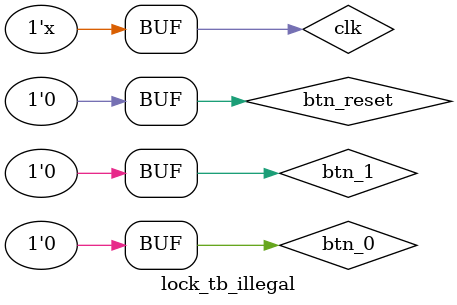
<source format=v>
`timescale 1ns/1ns

module lock_tb_illegal();
reg clk=0;
reg btn_reset=0;
reg btn_0 = 0;
reg btn_1 = 0;
wire unlock;

always clk = #5 ~clk;

lock_top i_uut(
	.clk(clk),
	.btn_reset(btn_reset),
	.btn_0(btn_0),
	.btn_1(btn_1),
	.unlock(unlock)
);

initial begin
	
	btn_reset=1;
	#10;btn_reset=0;
	/*#10;btn_1 = 1;
	#10;btn_1 = 0;
	#10;btn_1 = 1;
		btn_0 = 1;
	#10;btn_1 = 0;
		btn_0 = 0;
	#10;btn_0 = 1;
	#10;btn_0 = 0;
	#10;btn_1 = 1;
	#10;btn_1 = 0;*/
	#10;btn_1=1;
	#10;btn_0=1;
	#10;btn_0=0;
	#10;btn_0=1;
	#10;btn_0=0;
	#10;btn_1=0;
	#10;btn_1=1;
	#10;btn_1=0;

	
end

endmodule
</source>
